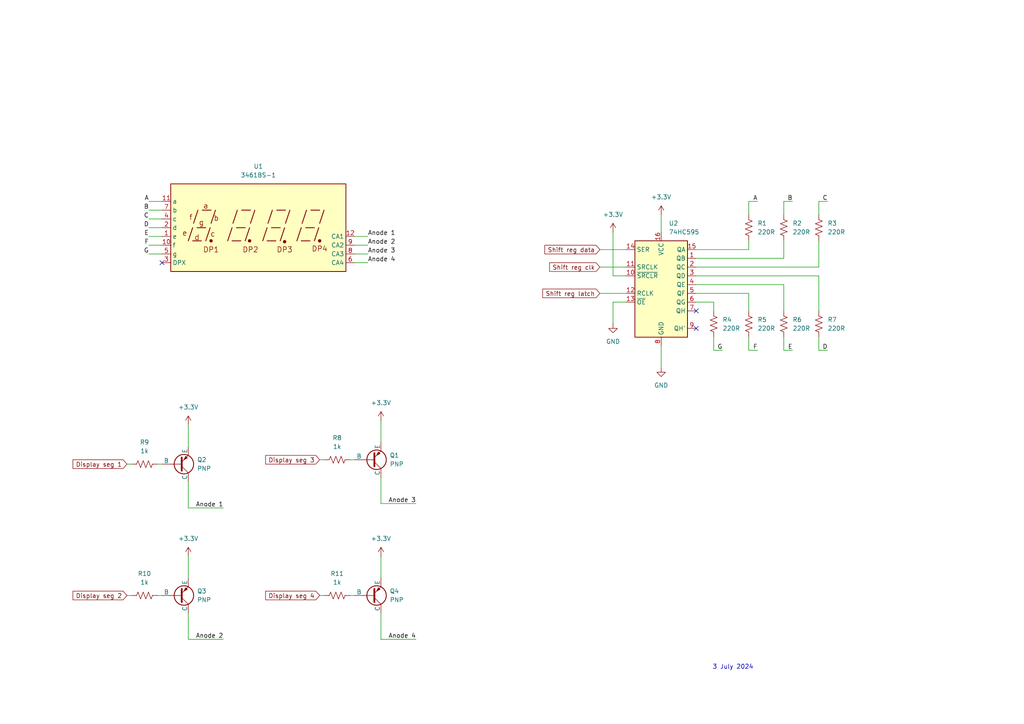
<source format=kicad_sch>
(kicad_sch (version 20231120) (generator "eeschema") (generator_version "8.0")
  (paper "A4")
  (lib_symbols
    (symbol "74xx:74HC595"
      (property "Reference" "U" (at -7.62 13.97 0))
      (property "Value" "74HC595" (at -7.62 -16.51 0))
      (symbol "74HC595_1_0"
        (pin tri_state line (at 10.16 7.62 180) (length 2.54) (name "QB") (number "1"))
        (pin input line (at -10.16 2.54 0) (length 2.54) (name "~{SRCLR}") (number "10"))
        (pin input line (at -10.16 5.08 0) (length 2.54) (name "SRCLK") (number "11"))
        (pin input line (at -10.16 -2.54 0) (length 2.54) (name "RCLK") (number "12"))
        (pin input line (at -10.16 -5.08 0) (length 2.54) (name "~{OE}") (number "13"))
        (pin input line (at -10.16 10.16 0) (length 2.54) (name "SER") (number "14"))
        (pin tri_state line (at 10.16 10.16 180) (length 2.54) (name "QA") (number "15"))
        (pin power_in line (at 0 15.24 270) (length 2.54) (name "VCC") (number "16"))
        (pin tri_state line (at 10.16 5.08 180) (length 2.54) (name "QC") (number "2"))
        (pin tri_state line (at 10.16 2.54 180) (length 2.54) (name "QD") (number "3"))
        (pin tri_state line (at 10.16 0 180) (length 2.54) (name "QE") (number "4"))
        (pin tri_state line (at 10.16 -2.54 180) (length 2.54) (name "QF") (number "5"))
        (pin tri_state line (at 10.16 -5.08 180) (length 2.54) (name "QG") (number "6"))
        (pin tri_state line (at 10.16 -7.62 180) (length 2.54) (name "QH") (number "7"))
        (pin power_in line (at 0 -17.78 90) (length 2.54) (name "GND") (number "8"))
        (pin output line (at 10.16 -12.7 180) (length 2.54) (name "QH'") (number "9"))
      )
      (symbol "74HC595_1_1"
        (rectangle (start -7.62 12.7) (end 7.62 -15.24) (stroke (width 0.254)) (fill (type background)))
      )
    )
    (symbol "Device:R_US" (pin_numbers hide) (pin_names (offset 0))
      (property "Reference" "R" (at 2.54 0 90))
      (property "Value" "R_US" (at -2.54 0 90))
      (symbol "R_US_0_1"
        (polyline (pts (xy 0 -2.286) (xy 0 -2.54)))
        (polyline (pts (xy 0 2.286) (xy 0 2.54)))
        (polyline (pts (xy 0 -0.762) (xy 1.016 -1.143) (xy 0 -1.524) (xy -1.016 -1.905) (xy 0 -2.286)))
        (polyline (pts (xy 0 0.762) (xy 1.016 0.381) (xy 0 0) (xy -1.016 -0.381) (xy 0 -0.762)))
        (polyline (pts (xy 0 2.286) (xy 1.016 1.905) (xy 0 1.524) (xy -1.016 1.143) (xy 0 0.762)))
      )
      (symbol "R_US_1_1"
        (pin passive line (at 0 3.81 270) (length 1.27) (name "~") (number "1"))
        (pin passive line (at 0 -3.81 90) (length 1.27) (name "~") (number "2"))
      )
    )
    (symbol "Display_Character:CA56-12EWA"
      (property "Reference" "U" (at -24.13 13.97 0))
      (property "Value" "CA56-12EWA" (at 19.05 13.97 0))
      (symbol "CA56-12EWA_0_0"
        (rectangle (start -25.4 12.7) (end 25.4 -12.7) (stroke (width 0.254)) (fill (type background)))
        (polyline (pts (xy -20.32 -3.81) (xy -19.05 0)) (stroke (width 0.254)))
        (polyline (pts (xy -19.05 -3.81) (xy -16.51 -3.81)) (stroke (width 0.254)))
        (polyline (pts (xy -18.796 1.27) (xy -17.526 5.08)) (stroke (width 0.254)))
        (polyline (pts (xy -17.78 0) (xy -15.24 0)) (stroke (width 0.254)))
        (polyline (pts (xy -16.256 5.08) (xy -13.716 5.08)) (stroke (width 0.254)))
        (polyline (pts (xy -15.24 -3.81) (xy -13.97 0)) (stroke (width 0.254)))
        (polyline (pts (xy -13.716 1.27) (xy -12.446 5.08)) (stroke (width 0.254)))
        (polyline (pts (xy -8.89 -3.81) (xy -7.62 0)) (stroke (width 0.254)))
        (polyline (pts (xy -7.62 -3.81) (xy -5.08 -3.81)) (stroke (width 0.254)))
        (polyline (pts (xy -7.366 1.27) (xy -6.096 5.08)) (stroke (width 0.254)))
        (polyline (pts (xy -6.35 0) (xy -3.81 0)) (stroke (width 0.254)))
        (polyline (pts (xy -4.826 5.08) (xy -2.286 5.08)) (stroke (width 0.254)))
        (polyline (pts (xy -3.81 -3.81) (xy -2.54 0)) (stroke (width 0.254)))
        (polyline (pts (xy -2.286 1.27) (xy -1.016 5.08)) (stroke (width 0.254)))
        (polyline (pts (xy 1.27 -3.81) (xy 2.54 0)) (stroke (width 0.254)))
        (polyline (pts (xy 2.54 -3.81) (xy 5.08 -3.81)) (stroke (width 0.254)))
        (polyline (pts (xy 2.794 1.27) (xy 4.064 5.08)) (stroke (width 0.254)))
        (polyline (pts (xy 3.81 0) (xy 6.35 0)) (stroke (width 0.254)))
        (polyline (pts (xy 5.334 5.08) (xy 7.874 5.08)) (stroke (width 0.254)))
        (polyline (pts (xy 6.35 -3.81) (xy 7.62 0)) (stroke (width 0.254)))
        (polyline (pts (xy 7.874 1.27) (xy 9.144 5.08)) (stroke (width 0.254)))
        (polyline (pts (xy 11.176 -3.81) (xy 12.446 0)) (stroke (width 0.254)))
        (polyline (pts (xy 12.446 -3.81) (xy 14.986 -3.81)) (stroke (width 0.254)))
        (polyline (pts (xy 12.7 1.27) (xy 13.97 5.08)) (stroke (width 0.254)))
        (polyline (pts (xy 13.716 0) (xy 16.256 0)) (stroke (width 0.254)))
        (polyline (pts (xy 15.24 5.08) (xy 17.78 5.08)) (stroke (width 0.254)))
        (polyline (pts (xy 16.256 -3.81) (xy 17.526 0)) (stroke (width 0.254)))
        (polyline (pts (xy 17.78 1.27) (xy 19.05 5.08)) (stroke (width 0.254)))
        (text "a" (at -15.24 6.35 0) (effects (font (size 1.524 1.524))))
        (text "b" (at -12.192 2.794 0) (effects (font (size 1.524 1.524))))
        (text "c" (at -13.208 -1.778 0) (effects (font (size 1.524 1.524))))
        (text "d" (at -17.78 -2.794 0) (effects (font (size 1.524 1.524))))
        (text "DP1" (at -13.716 -6.35 0) (effects (font (size 1.524 1.524))))
        (text "DP2" (at -2.286 -6.35 0) (effects (font (size 1.524 1.524))))
        (text "DP3" (at 7.62 -6.35 0) (effects (font (size 1.524 1.524))))
        (text "DP4" (at 17.78 -6.096 0) (effects (font (size 1.524 1.524))))
        (text "e" (at -21.336 -1.524 0) (effects (font (size 1.524 1.524))))
        (text "f" (at -19.558 3.048 0) (effects (font (size 1.524 1.524))))
        (text "g" (at -16.51 1.524 0) (effects (font (size 1.524 1.524))))
      )
      (symbol "CA56-12EWA_0_1"
        (circle (center -13.716 -3.81) (radius 0.3556) (stroke (width 0.254)) (fill (type outline)))
        (circle (center -2.54 -3.81) (radius 0.3556) (stroke (width 0.254)) (fill (type outline)))
      )
      (symbol "CA56-12EWA_1_0"
        (circle (center 7.62 -4.064) (radius 0.3556) (stroke (width 0.254)) (fill (type outline)))
        (circle (center 17.78 -3.81) (radius 0.3556) (stroke (width 0.254)) (fill (type outline)))
      )
      (symbol "CA56-12EWA_1_1"
        (pin input line (at -27.94 -2.54 0) (length 2.54) (name "e") (number "1"))
        (pin input line (at -27.94 -5.08 0) (length 2.54) (name "f") (number "10"))
        (pin input line (at -27.94 7.62 0) (length 2.54) (name "a") (number "11"))
        (pin input line (at 27.94 -2.54 180) (length 2.54) (name "CA1") (number "12"))
        (pin input line (at -27.94 0 0) (length 2.54) (name "d") (number "2"))
        (pin input line (at -27.94 -10.16 0) (length 2.54) (name "DPX") (number "3"))
        (pin input line (at -27.94 2.54 0) (length 2.54) (name "c") (number "4"))
        (pin input line (at -27.94 -7.62 0) (length 2.54) (name "g") (number "5"))
        (pin input line (at 27.94 -10.16 180) (length 2.54) (name "CA4") (number "6"))
        (pin input line (at -27.94 5.08 0) (length 2.54) (name "b") (number "7"))
        (pin input line (at 27.94 -7.62 180) (length 2.54) (name "CA3") (number "8"))
        (pin input line (at 27.94 -5.08 180) (length 2.54) (name "CA2") (number "9"))
      )
    )
    (symbol "Simulation_SPICE:PNP" (pin_numbers hide) (pin_names (offset 0))
      (property "Reference" "Q" (at -2.54 7.62 0))
      (property "Value" "PNP" (at -2.54 5.08 0))
      (symbol "PNP_0_1"
        (polyline (pts (xy -2.54 0) (xy 0.635 0)) (stroke (width 0.1524)))
        (polyline (pts (xy 0.635 0.635) (xy 2.54 2.54)))
        (polyline (pts (xy 0.635 -0.635) (xy 2.54 -2.54) (xy 2.54 -2.54)))
        (polyline (pts (xy 0.635 1.905) (xy 0.635 -1.905) (xy 0.635 -1.905)) (stroke (width 0.508)))
        (polyline (pts (xy 2.286 -1.778) (xy 1.778 -2.286) (xy 1.27 -1.27) (xy 2.286 -1.778) (xy 2.286 -1.778)) (fill (type outline)))
        (circle (center 1.27 0) (radius 2.8194) (stroke (width 0.254)))
      )
      (symbol "PNP_1_1"
        (pin open_collector line (at 2.54 5.08 270) (length 2.54) (name "C") (number "1"))
        (pin input line (at -5.08 0 0) (length 2.54) (name "B") (number "2"))
        (pin open_emitter line (at 2.54 -5.08 90) (length 2.54) (name "E") (number "3"))
      )
    )
    (symbol "power:+3.3V" (power) (pin_numbers hide) (pin_names (offset 0) hide)
      (property "Value" "+3.3V" (at 0 3.556 0))
      (symbol "+3.3V_0_1"
        (polyline (pts (xy -0.762 1.27) (xy 0 2.54)))
        (polyline (pts (xy 0 0) (xy 0 2.54)))
        (polyline (pts (xy 0 2.54) (xy 0.762 1.27)))
      )
      (symbol "+3.3V_1_1"
        (pin power_in line (at 0 0 90) (length 0) (name "~") (number "1"))
      )
    )
    (symbol "power:GND" (power) (pin_numbers hide) (pin_names (offset 0) hide)
      (property "Value" "GND" (at 0 -3.81 0))
      (symbol "GND_0_1"
        (polyline (pts (xy 0 0) (xy 0 -1.27) (xy 1.27 -1.27) (xy 0 -2.54) (xy -1.27 -1.27) (xy 0 -1.27)))
      )
      (symbol "GND_1_1"
        (pin power_in line (at 0 0 270) (length 0) (name "~") (number "1"))
      )
    )
  )
  (no_connect (at 201.93 95.25))
  (no_connect (at 201.93 90.17))
  (no_connect (at 46.99 76.2))
  (wire (pts (xy 54.61 185.42) (xy 64.77 185.42)))
  (wire (pts (xy 181.61 80.01) (xy 177.8 80.01)))
  (wire (pts (xy 43.18 60.96) (xy 46.99 60.96)))
  (wire (pts (xy 227.33 97.79) (xy 227.33 101.6)))
  (wire (pts (xy 54.61 147.32) (xy 64.77 147.32)))
  (wire (pts (xy 110.49 146.05) (xy 120.65 146.05)))
  (wire (pts (xy 237.49 58.42) (xy 240.03 58.42)))
  (wire (pts (xy 227.33 90.17) (xy 227.33 82.55)))
  (wire (pts (xy 110.49 161.29) (xy 110.49 167.64)))
  (wire (pts (xy 93.98 133.35) (xy 92.71 133.35)))
  (wire (pts (xy 227.33 82.55) (xy 201.93 82.55)))
  (wire (pts (xy 102.87 71.12) (xy 106.68 71.12)))
  (wire (pts (xy 217.17 101.6) (xy 219.71 101.6)))
  (wire (pts (xy 201.93 72.39) (xy 217.17 72.39)))
  (wire (pts (xy 207.01 87.63) (xy 207.01 90.17)))
  (wire (pts (xy 43.18 66.04) (xy 46.99 66.04)))
  (wire (pts (xy 38.1 134.62) (xy 36.83 134.62)))
  (wire (pts (xy 217.17 58.42) (xy 219.71 58.42)))
  (wire (pts (xy 217.17 62.23) (xy 217.17 58.42)))
  (wire (pts (xy 237.49 101.6) (xy 240.03 101.6)))
  (wire (pts (xy 201.93 80.01) (xy 237.49 80.01)))
  (wire (pts (xy 54.61 161.29) (xy 54.61 167.64)))
  (wire (pts (xy 217.17 85.09) (xy 201.93 85.09)))
  (wire (pts (xy 181.61 87.63) (xy 177.8 87.63)))
  (wire (pts (xy 237.49 62.23) (xy 237.49 58.42)))
  (wire (pts (xy 102.87 68.58) (xy 106.68 68.58)))
  (wire (pts (xy 217.17 72.39) (xy 217.17 69.85)))
  (wire (pts (xy 227.33 58.42) (xy 229.87 58.42)))
  (wire (pts (xy 227.33 74.93) (xy 201.93 74.93)))
  (wire (pts (xy 177.8 80.01) (xy 177.8 67.31)))
  (wire (pts (xy 217.17 97.79) (xy 217.17 101.6)))
  (wire (pts (xy 191.77 62.23) (xy 191.77 67.31)))
  (wire (pts (xy 102.87 73.66) (xy 106.68 73.66)))
  (wire (pts (xy 207.01 101.6) (xy 209.55 101.6)))
  (wire (pts (xy 54.61 177.8) (xy 54.61 185.42)))
  (wire (pts (xy 110.49 121.92) (xy 110.49 128.27)))
  (wire (pts (xy 217.17 90.17) (xy 217.17 85.09)))
  (wire (pts (xy 227.33 101.6) (xy 229.87 101.6)))
  (wire (pts (xy 102.87 76.2) (xy 106.68 76.2)))
  (wire (pts (xy 237.49 77.47) (xy 237.49 69.85)))
  (wire (pts (xy 201.93 77.47) (xy 237.49 77.47)))
  (wire (pts (xy 207.01 97.79) (xy 207.01 101.6)))
  (wire (pts (xy 43.18 73.66) (xy 46.99 73.66)))
  (wire (pts (xy 54.61 123.19) (xy 54.61 129.54)))
  (wire (pts (xy 191.77 100.33) (xy 191.77 106.68)))
  (wire (pts (xy 93.98 172.72) (xy 92.71 172.72)))
  (wire (pts (xy 38.1 172.72) (xy 36.83 172.72)))
  (wire (pts (xy 173.99 85.09) (xy 181.61 85.09)))
  (wire (pts (xy 110.49 138.43) (xy 110.49 146.05)))
  (wire (pts (xy 237.49 80.01) (xy 237.49 90.17)))
  (wire (pts (xy 43.18 63.5) (xy 46.99 63.5)))
  (wire (pts (xy 173.99 77.47) (xy 181.61 77.47)))
  (wire (pts (xy 173.99 72.39) (xy 181.61 72.39)))
  (wire (pts (xy 237.49 97.79) (xy 237.49 101.6)))
  (wire (pts (xy 110.49 185.42) (xy 120.65 185.42)))
  (wire (pts (xy 227.33 69.85) (xy 227.33 74.93)))
  (wire (pts (xy 227.33 62.23) (xy 227.33 58.42)))
  (wire (pts (xy 54.61 139.7) (xy 54.61 147.32)))
  (wire (pts (xy 177.8 87.63) (xy 177.8 93.98)))
  (wire (pts (xy 201.93 87.63) (xy 207.01 87.63)))
  (wire (pts (xy 45.72 172.72) (xy 46.99 172.72)))
  (wire (pts (xy 45.72 134.62) (xy 46.99 134.62)))
  (wire (pts (xy 101.6 133.35) (xy 102.87 133.35)))
  (wire (pts (xy 110.49 177.8) (xy 110.49 185.42)))
  (wire (pts (xy 43.18 58.42) (xy 46.99 58.42)))
  (wire (pts (xy 43.18 68.58) (xy 46.99 68.58)))
  (wire (pts (xy 101.6 172.72) (xy 102.87 172.72)))
  (wire (pts (xy 43.18 71.12) (xy 46.99 71.12)))
  (text "3 July 2024\n" (at 212.598 193.548 0) (effects (font (size 1.27 1.27))))
  (label "C" (at 43.18 63.5 180))
  (label "E" (at 229.87 101.6 180))
  (label "Anode 4" (at 106.68 76.2 0))
  (label "B" (at 229.87 58.42 180))
  (label "G" (at 43.18 73.66 180))
  (label "G" (at 209.55 101.6 180))
  (label "B" (at 43.18 60.96 180))
  (label "A" (at 43.18 58.42 180))
  (label "E" (at 43.18 68.58 180))
  (label "Anode 2" (at 106.68 71.12 0))
  (label "Anode 4" (at 120.65 185.42 180))
  (label "A" (at 219.71 58.42 180))
  (label "Anode 2" (at 64.77 185.42 180))
  (label "Anode 1" (at 64.77 147.32 180))
  (label "C" (at 240.03 58.42 180))
  (label "F" (at 43.18 71.12 180))
  (label "Anode 3" (at 106.68 73.66 0))
  (label "D" (at 43.18 66.04 180))
  (label "F" (at 219.71 101.6 180))
  (label "Anode 1" (at 106.68 68.58 0))
  (label "Anode 3" (at 120.65 146.05 180))
  (label "D" (at 240.03 101.6 180))
  (global_label "Display seg 4" (shape input) (at 92.71 172.72 180) (property "Intersheetrefs" "${INTERSHEET_REFS}" (effects (hide yes))))
  (global_label "Shift reg clk" (shape input) (at 173.99 77.47 180) (property "Intersheetrefs" "${INTERSHEET_REFS}" (effects (hide yes))))
  (global_label "Shift reg data" (shape input) (at 173.99 72.39 180) (property "Intersheetrefs" "${INTERSHEET_REFS}" (effects (hide yes))))
  (global_label "Shift reg latch" (shape input) (at 173.99 85.09 180) (property "Intersheetrefs" "${INTERSHEET_REFS}" (effects (hide yes))))
  (global_label "Display seg 1" (shape input) (at 36.83 134.62 180) (property "Intersheetrefs" "${INTERSHEET_REFS}" (effects (hide yes))))
  (global_label "Display seg 3" (shape input) (at 92.71 133.35 180) (property "Intersheetrefs" "${INTERSHEET_REFS}" (effects (hide yes))))
  (global_label "Display seg 2" (shape input) (at 36.83 172.72 180) (property "Intersheetrefs" "${INTERSHEET_REFS}" (effects (hide yes))))
  (symbol (lib_id "Device:R_US") (at 237.49 66.04 180) (unit 1)
    (property "Reference" "R3" (at 240.03 64.7699 0) (effects (justify right)))
    (property "Value" "220R" (at 240.03 67.3099 0) (effects (justify right)))
    (property "Description" "Resistor, US symbol" (effects (hide yes)))
  )
  (symbol (lib_id "Device:R_US") (at 217.17 66.04 180) (unit 1)
    (property "Reference" "R1" (at 219.71 64.7699 0) (effects (justify right)))
    (property "Value" "220R" (at 219.71 67.3099 0) (effects (justify right)))
    (property "Description" "Resistor, US symbol" (effects (hide yes)))
  )
  (symbol (lib_id "Device:R_US") (at 41.91 134.62 90) (unit 1)
    (property "Reference" "R9" (at 41.91 128.27 90))
    (property "Value" "1k" (at 41.91 130.81 90))
    (property "Description" "Resistor, US symbol" (effects (hide yes)))
  )
  (symbol (lib_id "Device:R_US") (at 97.79 172.72 90) (unit 1)
    (property "Reference" "R11" (at 97.79 166.37 90))
    (property "Value" "1k" (at 97.79 168.91 90))
    (property "Description" "Resistor, US symbol" (effects (hide yes)))
  )
  (symbol (lib_id "Device:R_US") (at 41.91 172.72 90) (unit 1)
    (property "Reference" "R10" (at 41.91 166.37 90))
    (property "Value" "1k" (at 41.91 168.91 90))
    (property "Description" "Resistor, US symbol" (effects (hide yes)))
  )
  (symbol (lib_id "Device:R_US") (at 237.49 93.98 180) (unit 1)
    (property "Reference" "R7" (at 240.03 92.7099 0) (effects (justify right)))
    (property "Value" "220R" (at 240.03 95.2499 0) (effects (justify right)))
    (property "Description" "Resistor, US symbol" (effects (hide yes)))
  )
  (symbol (lib_id "Simulation_SPICE:PNP") (at 107.95 133.35 0) (mirror x) (unit 1)
    (property "Reference" "Q1" (at 113.03 132.0799 0) (effects (justify left)))
    (property "Value" "PNP" (at 113.03 134.6199 0) (effects (justify left)))
    (property "Datasheet" "https://ngspice.sourceforge.io/docs/ngspice-html-manual/manual.xhtml#cha_BJTs" (effects (hide yes)))
    (property "Description" "Bipolar transistor symbol for simulation only, substrate tied to the emitter" (effects (hide yes)))
    (property "Sim.Device" "PNP" (effects (hide yes)))
    (property "Sim.Type" "GUMMELPOON" (effects (hide yes)))
    (property "Sim.Pins" "1=C 2=B 3=E" (effects (hide yes)))
  )
  (symbol (lib_id "power:GND") (at 177.8 93.98 0) (unit 1)
    (property "Reference" "#PWR03" (effects (hide yes)))
    (property "Value" "GND" (at 177.8 99.06 0))
    (property "Description" "Power symbol creates a global label with name \"GND\" , ground" (effects (hide yes)))
  )
  (symbol (lib_id "Device:R_US") (at 217.17 93.98 180) (unit 1)
    (property "Reference" "R5" (at 219.71 92.7099 0) (effects (justify right)))
    (property "Value" "220R" (at 219.71 95.2499 0) (effects (justify right)))
    (property "Description" "Resistor, US symbol" (effects (hide yes)))
  )
  (symbol (lib_id "Device:R_US") (at 207.01 93.98 180) (unit 1)
    (property "Reference" "R4" (at 209.55 92.7099 0) (effects (justify right)))
    (property "Value" "220R" (at 209.55 95.2499 0) (effects (justify right)))
    (property "Description" "Resistor, US symbol" (effects (hide yes)))
  )
  (symbol (lib_id "power:+3.3V") (at 177.8 67.31 0) (unit 1)
    (property "Reference" "#PWR02" (effects (hide yes)))
    (property "Value" "+3.3V" (at 177.8 62.23 0))
    (property "Description" "Power symbol creates a global label with name \"+3.3V\"" (effects (hide yes)))
  )
  (symbol (lib_id "power:+3.3V") (at 110.49 161.29 0) (unit 1)
    (property "Reference" "#PWR08" (effects (hide yes)))
    (property "Value" "+3.3V" (at 110.49 156.21 0))
    (property "Description" "Power symbol creates a global label with name \"+3.3V\"" (effects (hide yes)))
  )
  (symbol (lib_id "Display_Character:CA56-12EWA") (at 74.93 66.04 0) (unit 1)
    (property "Reference" "U1" (at 74.93 48.26 0))
    (property "Value" "3461BS-1" (at 74.93 50.8 0))
    (property "Footprint" "Display_7Segment:CA56-12EWA" (effects (hide yes)))
    (property "Description" "4 digit 7 segment high efficiency red LED, common anode" (effects (hide yes)))
  )
  (symbol (lib_id "power:GND") (at 191.77 106.68 0) (unit 1)
    (property "Reference" "#PWR04" (effects (hide yes)))
    (property "Value" "GND" (at 191.77 111.76 0))
    (property "Description" "Power symbol creates a global label with name \"GND\" , ground" (effects (hide yes)))
  )
  (symbol (lib_id "power:+3.3V") (at 191.77 62.23 0) (unit 1)
    (property "Reference" "#PWR01" (effects (hide yes)))
    (property "Value" "+3.3V" (at 191.77 57.15 0))
    (property "Description" "Power symbol creates a global label with name \"+3.3V\"" (effects (hide yes)))
  )
  (symbol (lib_id "power:+3.3V") (at 54.61 161.29 0) (unit 1)
    (property "Reference" "#PWR07" (effects (hide yes)))
    (property "Value" "+3.3V" (at 54.61 156.21 0))
    (property "Description" "Power symbol creates a global label with name \"+3.3V\"" (effects (hide yes)))
  )
  (symbol (lib_id "power:+3.3V") (at 110.49 121.92 0) (unit 1)
    (property "Reference" "#PWR05" (effects (hide yes)))
    (property "Value" "+3.3V" (at 110.49 116.84 0))
    (property "Description" "Power symbol creates a global label with name \"+3.3V\"" (effects (hide yes)))
  )
  (symbol (lib_id "Simulation_SPICE:PNP") (at 52.07 172.72 0) (mirror x) (unit 1)
    (property "Reference" "Q3" (at 57.15 171.4499 0) (effects (justify left)))
    (property "Value" "PNP" (at 57.15 173.9899 0) (effects (justify left)))
    (property "Datasheet" "https://ngspice.sourceforge.io/docs/ngspice-html-manual/manual.xhtml#cha_BJTs" (effects (hide yes)))
    (property "Description" "Bipolar transistor symbol for simulation only, substrate tied to the emitter" (effects (hide yes)))
    (property "Sim.Device" "PNP" (effects (hide yes)))
    (property "Sim.Type" "GUMMELPOON" (effects (hide yes)))
    (property "Sim.Pins" "1=C 2=B 3=E" (effects (hide yes)))
  )
  (symbol (lib_id "power:+3.3V") (at 54.61 123.19 0) (unit 1)
    (property "Reference" "#PWR06" (effects (hide yes)))
    (property "Value" "+3.3V" (at 54.61 118.11 0))
    (property "Description" "Power symbol creates a global label with name \"+3.3V\"" (effects (hide yes)))
  )
  (symbol (lib_id "Device:R_US") (at 97.79 133.35 90) (unit 1)
    (property "Reference" "R8" (at 97.79 127 90))
    (property "Value" "1k" (at 97.79 129.54 90))
    (property "Description" "Resistor, US symbol" (effects (hide yes)))
  )
  (symbol (lib_id "74xx:74HC595") (at 191.77 82.55 0) (unit 1)
    (property "Reference" "U2" (at 193.9641 64.77 0) (effects (justify left)))
    (property "Value" "74HC595" (at 193.9641 67.31 0) (effects (justify left)))
    (property "Datasheet" "https://www.ti.com/lit/ds/symlink/sn74hc595.pdf" (effects (hide yes)))
    (property "Description" "8-bit serial in/out Shift Register 3-State Outputs" (effects (hide yes)))
  )
  (symbol (lib_id "Simulation_SPICE:PNP") (at 107.95 172.72 0) (mirror x) (unit 1)
    (property "Reference" "Q4" (at 113.03 171.4499 0) (effects (justify left)))
    (property "Value" "PNP" (at 113.03 173.9899 0) (effects (justify left)))
    (property "Datasheet" "https://ngspice.sourceforge.io/docs/ngspice-html-manual/manual.xhtml#cha_BJTs" (effects (hide yes)))
    (property "Description" "Bipolar transistor symbol for simulation only, substrate tied to the emitter" (effects (hide yes)))
    (property "Sim.Device" "PNP" (effects (hide yes)))
    (property "Sim.Type" "GUMMELPOON" (effects (hide yes)))
    (property "Sim.Pins" "1=C 2=B 3=E" (effects (hide yes)))
  )
  (symbol (lib_id "Simulation_SPICE:PNP") (at 52.07 134.62 0) (mirror x) (unit 1)
    (property "Reference" "Q2" (at 57.15 133.3499 0) (effects (justify left)))
    (property "Value" "PNP" (at 57.15 135.8899 0) (effects (justify left)))
    (property "Datasheet" "https://ngspice.sourceforge.io/docs/ngspice-html-manual/manual.xhtml#cha_BJTs" (effects (hide yes)))
    (property "Description" "Bipolar transistor symbol for simulation only, substrate tied to the emitter" (effects (hide yes)))
    (property "Sim.Device" "PNP" (effects (hide yes)))
    (property "Sim.Type" "GUMMELPOON" (effects (hide yes)))
    (property "Sim.Pins" "1=C 2=B 3=E" (effects (hide yes)))
  )
  (symbol (lib_id "Device:R_US") (at 227.33 66.04 180) (unit 1)
    (property "Reference" "R2" (at 229.87 64.7699 0) (effects (justify right)))
    (property "Value" "220R" (at 229.87 67.3099 0) (effects (justify right)))
    (property "Description" "Resistor, US symbol" (effects (hide yes)))
  )
  (symbol (lib_id "Device:R_US") (at 227.33 93.98 180) (unit 1)
    (property "Reference" "R6" (at 229.87 92.7099 0) (effects (justify right)))
    (property "Value" "220R" (at 229.87 95.2499 0) (effects (justify right)))
    (property "Description" "Resistor, US symbol" (effects (hide yes)))
  )
)
</source>
